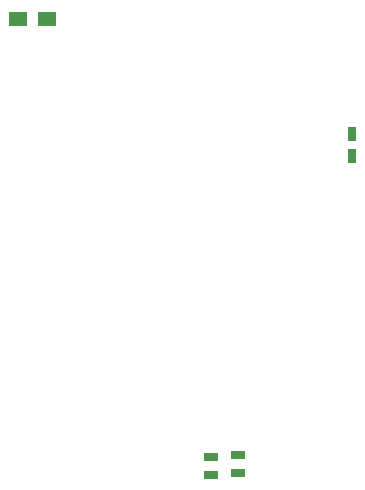
<source format=gbp>
%TF.GenerationSoftware,KiCad,Pcbnew,(5.1.8)-1*%
%TF.CreationDate,2021-11-16T20:14:35+01:00*%
%TF.ProjectId,radioberry-juice,72616469-6f62-4657-9272-792d6a756963,rev?*%
%TF.SameCoordinates,Original*%
%TF.FileFunction,Paste,Bot*%
%TF.FilePolarity,Positive*%
%FSLAX46Y46*%
G04 Gerber Fmt 4.6, Leading zero omitted, Abs format (unit mm)*
G04 Created by KiCad (PCBNEW (5.1.8)-1) date 2021-11-16 20:14:35*
%MOMM*%
%LPD*%
G01*
G04 APERTURE LIST*
%ADD10R,0.750000X1.200000*%
%ADD11R,1.143000X0.635000*%
%ADD12R,1.500000X1.250000*%
G04 APERTURE END LIST*
D10*
%TO.C,C22*%
X121250000Y-92500000D03*
X121250000Y-90600000D03*
%TD*%
D11*
%TO.C,J3*%
X111550000Y-119362000D03*
X111550000Y-117838000D03*
%TD*%
%TO.C,J4*%
X109250000Y-117938000D03*
X109250000Y-119462000D03*
%TD*%
D12*
%TO.C,C35*%
X92900000Y-80900000D03*
X95400000Y-80900000D03*
%TD*%
M02*

</source>
